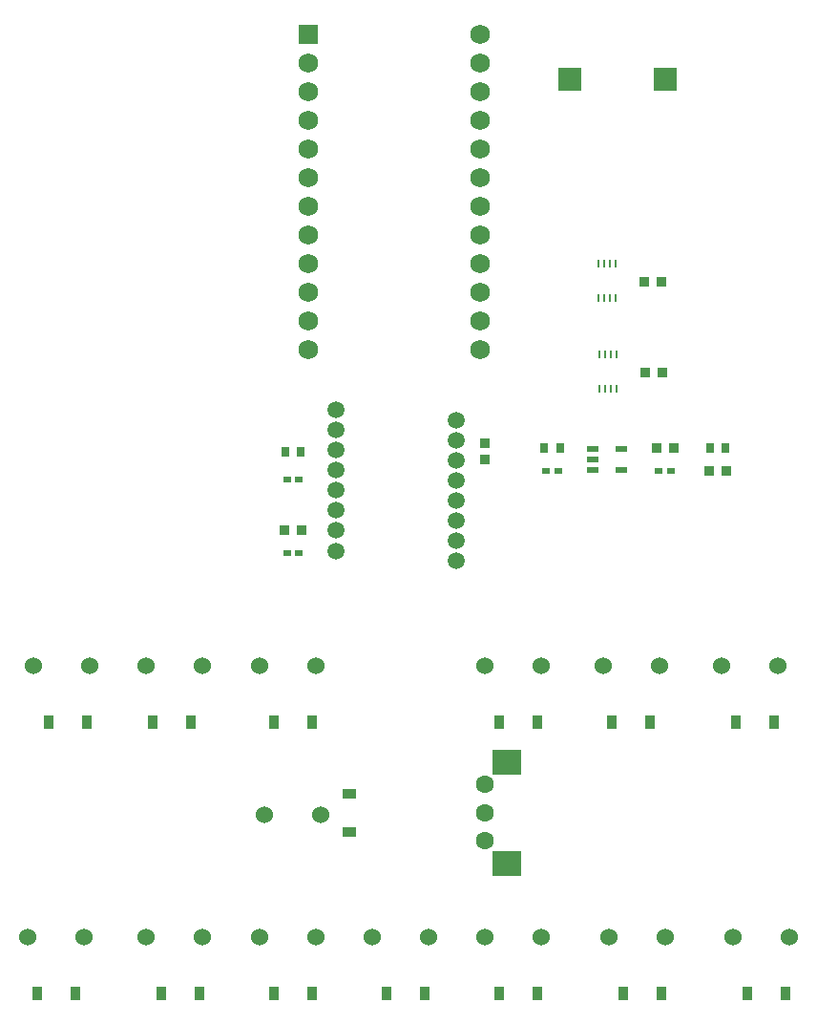
<source format=gbr>
%TF.GenerationSoftware,KiCad,Pcbnew,7.0.5*%
%TF.CreationDate,2023-09-29T16:27:13+09:00*%
%TF.ProjectId,ProMicro________,50726f4d-6963-4726-9f5f-7e9d7bdeef42,rev?*%
%TF.SameCoordinates,Original*%
%TF.FileFunction,Soldermask,Top*%
%TF.FilePolarity,Negative*%
%FSLAX46Y46*%
G04 Gerber Fmt 4.6, Leading zero omitted, Abs format (unit mm)*
G04 Created by KiCad (PCBNEW 7.0.5) date 2023-09-29 16:27:13*
%MOMM*%
%LPD*%
G01*
G04 APERTURE LIST*
%ADD10R,1.000000X0.600000*%
%ADD11R,0.250000X0.700000*%
%ADD12R,0.790000X0.540000*%
%ADD13C,1.524000*%
%ADD14R,0.950000X1.150000*%
%ADD15R,0.806000X0.864000*%
%ADD16R,0.800000X0.900000*%
%ADD17R,0.864000X0.806000*%
%ADD18C,1.600000*%
%ADD19R,2.600000X2.300000*%
%ADD20C,1.504000*%
%ADD21R,2.000000X2.000000*%
%ADD22R,1.752600X1.752600*%
%ADD23C,1.752600*%
%ADD24R,1.150000X0.950000*%
G04 APERTURE END LIST*
D10*
%TO.C,U2*%
X184550000Y-71760000D03*
X184550000Y-72710000D03*
X184550000Y-73660000D03*
X187150000Y-73660000D03*
X187150000Y-71760000D03*
%TD*%
D11*
%TO.C,U4*%
X185148000Y-66450000D03*
X185656000Y-66450000D03*
X186164000Y-66450000D03*
X186672000Y-66450000D03*
X186672000Y-63350000D03*
X186164000Y-63350000D03*
X185656000Y-63350000D03*
X185148000Y-63350000D03*
%TD*%
%TO.C,U3*%
X185128000Y-58420000D03*
X185636000Y-58420000D03*
X186144000Y-58420000D03*
X186652000Y-58420000D03*
X186652000Y-55320000D03*
X186144000Y-55320000D03*
X185636000Y-55320000D03*
X185128000Y-55320000D03*
%TD*%
D12*
%TO.C,C3*%
X190455000Y-73710000D03*
X191545000Y-73710000D03*
%TD*%
D13*
%TO.C,SW14*%
X197000000Y-115000000D03*
X202000000Y-115000000D03*
%TD*%
D14*
%TO.C,D8*%
X135308000Y-120000000D03*
X138692000Y-120000000D03*
%TD*%
%TO.C,D14*%
X198308000Y-120000000D03*
X201692000Y-120000000D03*
%TD*%
D13*
%TO.C,SW11*%
X165000000Y-115000000D03*
X170000000Y-115000000D03*
%TD*%
D14*
%TO.C,D10*%
X156308000Y-120000000D03*
X159692000Y-120000000D03*
%TD*%
%TO.C,D13*%
X187308000Y-120000000D03*
X190692000Y-120000000D03*
%TD*%
D13*
%TO.C,SW9*%
X145000000Y-115000000D03*
X150000000Y-115000000D03*
%TD*%
D14*
%TO.C,D7*%
X197308000Y-96000000D03*
X200692000Y-96000000D03*
%TD*%
D13*
%TO.C,SW3*%
X155000000Y-91000000D03*
X160000000Y-91000000D03*
%TD*%
D15*
%TO.C,R4*%
X189247000Y-65000000D03*
X190753000Y-65000000D03*
%TD*%
D13*
%TO.C,SW13*%
X186000000Y-115000000D03*
X191000000Y-115000000D03*
%TD*%
D12*
%TO.C,C6*%
X158545000Y-74500000D03*
X157455000Y-74500000D03*
%TD*%
D16*
%TO.C,C1*%
X180300000Y-71710000D03*
X181700000Y-71710000D03*
%TD*%
D14*
%TO.C,D3*%
X156308000Y-96000000D03*
X159692000Y-96000000D03*
%TD*%
D13*
%TO.C,SW12*%
X175000000Y-115000000D03*
X180000000Y-115000000D03*
%TD*%
D14*
%TO.C,D6*%
X186308000Y-96000000D03*
X189692000Y-96000000D03*
%TD*%
D17*
%TO.C,R5*%
X175000000Y-71217000D03*
X175000000Y-72723000D03*
%TD*%
D18*
%TO.C,SW15*%
X175000000Y-101500000D03*
X175000000Y-104000000D03*
X175000000Y-106500000D03*
D19*
X177000000Y-99500000D03*
X177000000Y-108500000D03*
%TD*%
D12*
%TO.C,C2*%
X180455000Y-73710000D03*
X181545000Y-73710000D03*
%TD*%
D13*
%TO.C,SW6*%
X185500000Y-91000000D03*
X190500000Y-91000000D03*
%TD*%
D20*
%TO.C,U5*%
X161820000Y-68325000D03*
X161820000Y-70105000D03*
X161820000Y-71885000D03*
X161820000Y-73665000D03*
X161820000Y-75445000D03*
X161820000Y-77225000D03*
X161820000Y-79005000D03*
X161820000Y-80785000D03*
X172520000Y-81675000D03*
X172520000Y-79895000D03*
X172520000Y-78115000D03*
X172520000Y-76335000D03*
X172520000Y-74555000D03*
X172520000Y-72775000D03*
X172520000Y-70995000D03*
X172520000Y-69215000D03*
%TD*%
D13*
%TO.C,SW8*%
X134500000Y-115000000D03*
X139500000Y-115000000D03*
%TD*%
D14*
%TO.C,D11*%
X166308000Y-120000000D03*
X169692000Y-120000000D03*
%TD*%
D13*
%TO.C,SW1*%
X135000000Y-91000000D03*
X140000000Y-91000000D03*
%TD*%
D15*
%TO.C,R2*%
X194947000Y-73710000D03*
X196453000Y-73710000D03*
%TD*%
D13*
%TO.C,SW7*%
X196000000Y-91000000D03*
X201000000Y-91000000D03*
%TD*%
D14*
%TO.C,D1*%
X136308000Y-96000000D03*
X139692000Y-96000000D03*
%TD*%
%TO.C,D5*%
X176308000Y-96000000D03*
X179692000Y-96000000D03*
%TD*%
%TO.C,D12*%
X176308000Y-120000000D03*
X179692000Y-120000000D03*
%TD*%
D21*
%TO.C,RESET1*%
X182600000Y-39000000D03*
X191000000Y-39000000D03*
%TD*%
D15*
%TO.C,R1*%
X190247000Y-71710000D03*
X191753000Y-71710000D03*
%TD*%
D14*
%TO.C,D2*%
X145533000Y-96000000D03*
X148917000Y-96000000D03*
%TD*%
D22*
%TO.C,U1*%
X159380000Y-35016750D03*
D23*
X159380000Y-37556750D03*
X159380000Y-40096750D03*
X159380000Y-42636750D03*
X159380000Y-45176750D03*
X159380000Y-47716750D03*
X159380000Y-50256750D03*
X159380000Y-52796750D03*
X159380000Y-55336750D03*
X159380000Y-57876750D03*
X159380000Y-60416750D03*
X159380000Y-62956750D03*
X174620000Y-62956750D03*
X174620000Y-60416750D03*
X174620000Y-57876750D03*
X174620000Y-55336750D03*
X174620000Y-52796750D03*
X174620000Y-50256750D03*
X174620000Y-47716750D03*
X174620000Y-45176750D03*
X174620000Y-42636750D03*
X174620000Y-40096750D03*
X174620000Y-37556750D03*
X174620000Y-35016750D03*
%TD*%
D15*
%TO.C,R6*%
X157247000Y-79000000D03*
X158753000Y-79000000D03*
%TD*%
%TO.C,R3*%
X189177000Y-56970000D03*
X190683000Y-56970000D03*
%TD*%
D13*
%TO.C,SW5*%
X175000000Y-91000000D03*
X180000000Y-91000000D03*
%TD*%
%TO.C,SW10*%
X155000000Y-115000000D03*
X160000000Y-115000000D03*
%TD*%
D14*
%TO.C,D9*%
X146308000Y-120000000D03*
X149692000Y-120000000D03*
%TD*%
D16*
%TO.C,C5*%
X158700000Y-72000000D03*
X157300000Y-72000000D03*
%TD*%
D24*
%TO.C,D4*%
X163000000Y-105692000D03*
X163000000Y-102308000D03*
%TD*%
D16*
%TO.C,C4*%
X195000000Y-71710000D03*
X196400000Y-71710000D03*
%TD*%
D12*
%TO.C,C7*%
X157455000Y-81000000D03*
X158545000Y-81000000D03*
%TD*%
D13*
%TO.C,SW2*%
X145000000Y-91000000D03*
X150000000Y-91000000D03*
%TD*%
%TO.C,SW4*%
X155500000Y-104225000D03*
X160500000Y-104225000D03*
%TD*%
M02*

</source>
